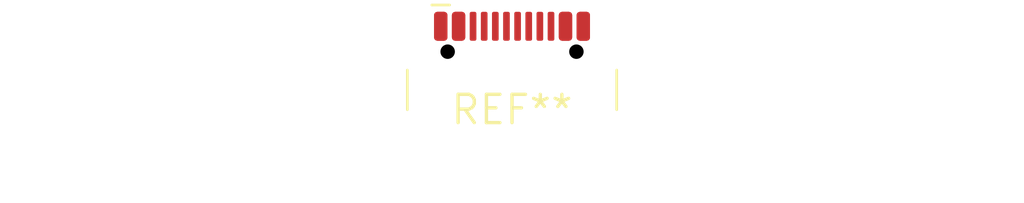
<source format=kicad_pcb>
(kicad_pcb (version 20240108) (generator pcbnew)
  (layers (0 "F.Cu" signal) (31 "B.Cu" signal) (34 "B.Paste" user) (35 "F.Paste" user) (36 "B.SilkS" user "B.Silkscreen") (37 "F.SilkS" user "F.Silkscreen") (38 "B.Mask" user) (39 "F.Mask" user) (44 "Edge.Cuts" user))
  (net 0 "")
  (footprint "USB_C_Receptacle_HCTL_HC-TYPE-C-16P-01A" (layer "F.Cu") (at 0 0)
    (property "Reference" "REF**")
    (property "Value" "USB_C_Receptacle_HCTL_HC-TYPE-C-16P-01A")
    (fp_line (start -4.7 -1.78) (end -4.7 0) (layer "F.SilkS") (stroke (width 0.12)))
    (fp_line (start -2.8 -4.7) (end -3.6 -4.7) (layer "F.SilkS") (stroke (width 0.12)))
    (fp_line (start 4.7 -1.78) (end 4.7 0) (layer "F.SilkS") (stroke (width 0.12)))
    (pad "" np_thru_hole circle (at -2.89 -2.605) (size 0.65 0.65) (drill 0.65) (layers *.Mask))
    (pad "" np_thru_hole circle (at 2.89 -2.605) (size 0.65 0.65) (drill 0.65) (layers *.Mask))
    (pad "A1" smd roundrect (at -3.2 -3.745) (size 0.6 1.3) (layers "F.Cu" "F.Paste" "F.Mask"))
    (pad "A4" smd roundrect (at -2.4 -3.745) (size 0.6 1.3) (layers "F.Cu" "F.Paste" "F.Mask"))
    (pad "A5" smd roundrect (at -1.25 -3.745) (size 0.3 1.3) (layers "F.Cu" "F.Paste" "F.Mask"))
    (pad "A6" smd roundrect (at -0.25 -3.745) (size 0.3 1.3) (layers "F.Cu" "F.Paste" "F.Mask"))
    (pad "A7" smd roundrect (at 0.25 -3.745) (size 0.3 1.3) (layers "F.Cu" "F.Paste" "F.Mask"))
    (pad "A8" smd roundrect (at 1.25 -3.745) (size 0.3 1.3) (layers "F.Cu" "F.Paste" "F.Mask"))
    (pad "A9" smd roundrect (at 2.4 -3.745) (size 0.6 1.3) (layers "F.Cu" "F.Paste" "F.Mask"))
    (pad "A12" smd roundrect (at 3.2 -3.745) (size 0.6 1.3) (layers "F.Cu" "F.Paste" "F.Mask"))
    (pad "B1" smd roundrect (at 3.2 -3.745) (size 0.6 1.3) (layers "F.Cu" "F.Paste" "F.Mask"))
    (pad "B4" smd roundrect (at 2.4 -3.745) (size 0.6 1.3) (layers "F.Cu" "F.Paste" "F.Mask"))
    (pad "B5" smd roundrect (at 1.75 -3.745) (size 0.3 1.3) (layers "F.Cu" "F.Paste" "F.Mask"))
    (pad "B6" smd roundrect (at 0.75 -3.745) (size 0.3 1.3) (layers "F.Cu" "F.Paste" "F.Mask"))
    (pad "B7" smd roundrect (at -0.75 -3.745) (size 0.3 1.3) (layers "F.Cu" "F.Paste" "F.Mask"))
    (pad "B8" smd roundrect (at -1.75 -3.745) (size 0.3 1.3) (layers "F.Cu" "F.Paste" "F.Mask"))
    (pad "B9" smd roundrect (at -2.4 -3.745) (size 0.6 1.3) (layers "F.Cu" "F.Paste" "F.Mask"))
    (pad "B12" smd roundrect (at -3.2 -3.745) (size 0.6 1.3) (layers "F.Cu" "F.Paste" "F.Mask"))
    (pad "S1" thru_hole oval (at -4.32 -3.105) (size 1 2.1) (drill oval 0.6 1.7) (layers *.Cu *.Mask) (remove_unused_layers))
    (pad "S1" thru_hole oval (at -4.32 1.075) (size 1 1.6) (drill oval 0.6 1.2) (layers *.Cu *.Mask) (remove_unused_layers))
    (pad "S1" thru_hole oval (at 4.32 -3.105) (size 1 2.1) (drill oval 0.6 1.7) (layers *.Cu *.Mask) (remove_unused_layers))
    (pad "S1" thru_hole oval (at 4.32 1.075) (size 1 1.6) (drill oval 0.6 1.2) (layers *.Cu *.Mask) (remove_unused_layers))
  )
)
</source>
